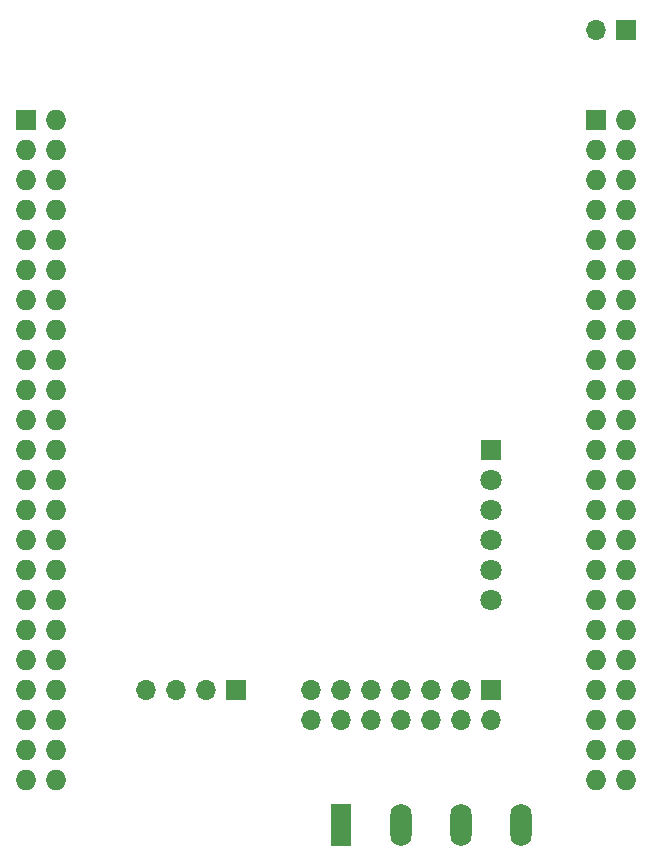
<source format=gbs>
G04 #@! TF.GenerationSoftware,KiCad,Pcbnew,5.0.0-rc1-44a33f2~62~ubuntu16.04.1*
G04 #@! TF.CreationDate,2018-04-01T18:34:43+03:00*
G04 #@! TF.ProjectId,BeagleBone-Black-Cape,426561676C65426F6E652D426C61636B,rev?*
G04 #@! TF.SameCoordinates,Original*
G04 #@! TF.FileFunction,Soldermask,Bot*
G04 #@! TF.FilePolarity,Negative*
%FSLAX46Y46*%
G04 Gerber Fmt 4.6, Leading zero omitted, Abs format (unit mm)*
G04 Created by KiCad (PCBNEW 5.0.0-rc1-44a33f2~62~ubuntu16.04.1) date Sun Apr  1 18:34:43 2018*
%MOMM*%
%LPD*%
G01*
G04 APERTURE LIST*
%ADD10R,1.727200X1.727200*%
%ADD11O,1.727200X1.727200*%
%ADD12R,1.700000X1.700000*%
%ADD13O,1.700000X1.700000*%
%ADD14R,1.800000X3.600000*%
%ADD15O,1.800000X3.600000*%
%ADD16R,1.800000X1.800000*%
%ADD17C,1.800000*%
G04 APERTURE END LIST*
D10*
X164630100Y-62382400D03*
D11*
X167170100Y-62382400D03*
X164630100Y-64922400D03*
X167170100Y-64922400D03*
X164630100Y-67462400D03*
X167170100Y-67462400D03*
X164630100Y-70002400D03*
X167170100Y-70002400D03*
X164630100Y-72542400D03*
X167170100Y-72542400D03*
X164630100Y-75082400D03*
X167170100Y-75082400D03*
X164630100Y-77622400D03*
X167170100Y-77622400D03*
X164630100Y-80162400D03*
X167170100Y-80162400D03*
X164630100Y-82702400D03*
X167170100Y-82702400D03*
X164630100Y-85242400D03*
X167170100Y-85242400D03*
X164630100Y-87782400D03*
X167170100Y-87782400D03*
X164630100Y-90322400D03*
X167170100Y-90322400D03*
X164630100Y-92862400D03*
X167170100Y-92862400D03*
X164630100Y-95402400D03*
X167170100Y-95402400D03*
X164630100Y-97942400D03*
X167170100Y-97942400D03*
X164630100Y-100482400D03*
X167170100Y-100482400D03*
X164630100Y-103022400D03*
X167170100Y-103022400D03*
X164630100Y-105562400D03*
X167170100Y-105562400D03*
X164630100Y-108102400D03*
X167170100Y-108102400D03*
X164630100Y-110642400D03*
X167170100Y-110642400D03*
X164630100Y-113182400D03*
X167170100Y-113182400D03*
X164630100Y-115722400D03*
X167170100Y-115722400D03*
X164630100Y-118262400D03*
X167170100Y-118262400D03*
D10*
X116370100Y-62382400D03*
D11*
X118910100Y-62382400D03*
X116370100Y-64922400D03*
X118910100Y-64922400D03*
X116370100Y-67462400D03*
X118910100Y-67462400D03*
X116370100Y-70002400D03*
X118910100Y-70002400D03*
X116370100Y-72542400D03*
X118910100Y-72542400D03*
X116370100Y-75082400D03*
X118910100Y-75082400D03*
X116370100Y-77622400D03*
X118910100Y-77622400D03*
X116370100Y-80162400D03*
X118910100Y-80162400D03*
X116370100Y-82702400D03*
X118910100Y-82702400D03*
X116370100Y-85242400D03*
X118910100Y-85242400D03*
X116370100Y-87782400D03*
X118910100Y-87782400D03*
X116370100Y-90322400D03*
X118910100Y-90322400D03*
X116370100Y-92862400D03*
X118910100Y-92862400D03*
X116370100Y-95402400D03*
X118910100Y-95402400D03*
X116370100Y-97942400D03*
X118910100Y-97942400D03*
X116370100Y-100482400D03*
X118910100Y-100482400D03*
X116370100Y-103022400D03*
X118910100Y-103022400D03*
X116370100Y-105562400D03*
X118910100Y-105562400D03*
X116370100Y-108102400D03*
X118910100Y-108102400D03*
X116370100Y-110642400D03*
X118910100Y-110642400D03*
X116370100Y-113182400D03*
X118910100Y-113182400D03*
X116370100Y-115722400D03*
X118910100Y-115722400D03*
X116370100Y-118262400D03*
X118910100Y-118262400D03*
D12*
X155740100Y-110642400D03*
D13*
X155740100Y-113182400D03*
X153200100Y-110642400D03*
X153200100Y-113182400D03*
X150660100Y-110642400D03*
X150660100Y-113182400D03*
X148120100Y-110642400D03*
X148120100Y-113182400D03*
X145580100Y-110642400D03*
X145580100Y-113182400D03*
X143040100Y-110642400D03*
X143040100Y-113182400D03*
X140500100Y-110642400D03*
X140500100Y-113182400D03*
D14*
X143040100Y-122072400D03*
D15*
X148120100Y-122072400D03*
X153200100Y-122072400D03*
X158280100Y-122072400D03*
D12*
X167170100Y-54762400D03*
D13*
X164630100Y-54762400D03*
D12*
X134150100Y-110642400D03*
D13*
X131610100Y-110642400D03*
X129070100Y-110642400D03*
X126530100Y-110642400D03*
D16*
X155740100Y-90322400D03*
D17*
X155740100Y-92862400D03*
X155740100Y-95402400D03*
X155740100Y-97942400D03*
X155740100Y-100482400D03*
X155740100Y-103022400D03*
M02*

</source>
